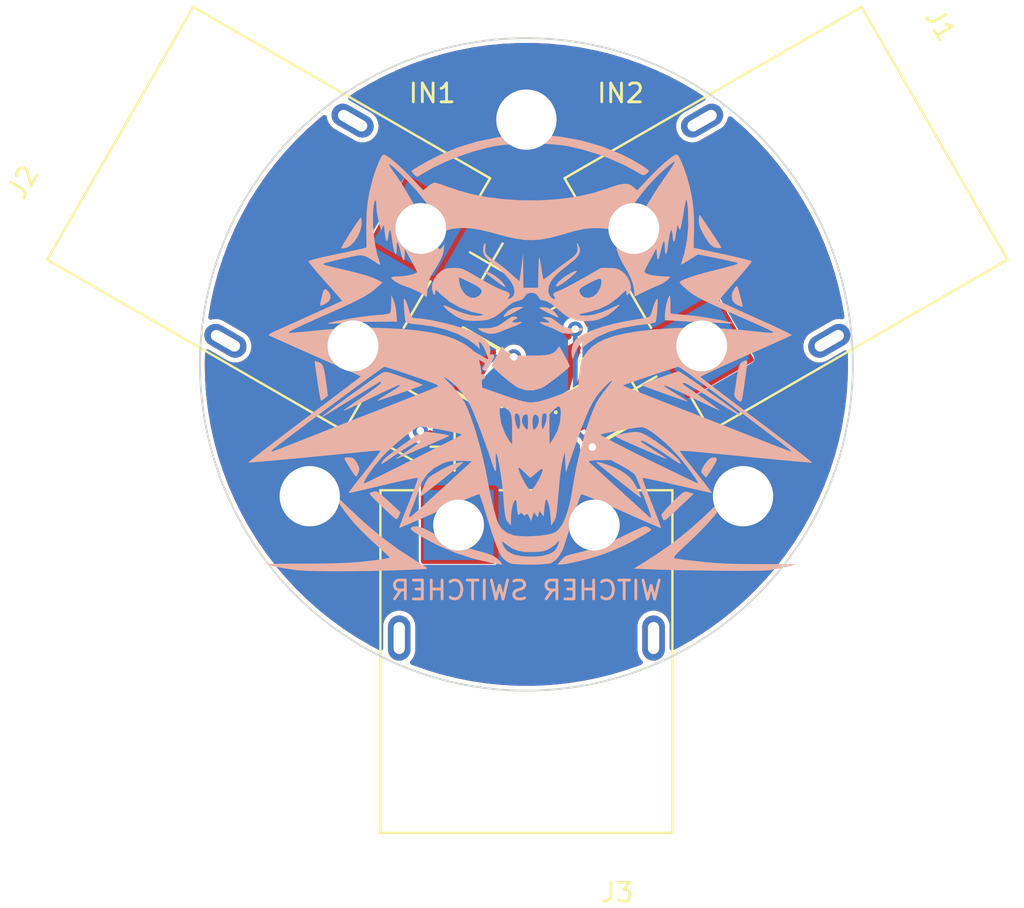
<source format=kicad_pcb>
(kicad_pcb (version 20221018) (generator pcbnew)
  (layers (0 "F.Cu" signal) (31 "B.Cu" signal) (34 "B.Paste" user) (35 "F.Paste" user) (36 "B.SilkS" user "B.Silkscreen") (37 "F.SilkS" user "F.Silkscreen") (38 "B.Mask" user) (39 "F.Mask" user) (44 "Edge.Cuts" user))
  (net 0 "")
  (net 1 "Net-(J1-+)")
  (net 2 "Net-(J2-+)")
  (net 3 "Net-(J3-+)")
  (net 4 "Net-(Q1-G)")
  (net 5 "GND")
  (net 6 "Net-(Q2-G)")
  (footprint "iclr:AMASS_XT60PW-M" (layer "F.Cu") (at 116.9 74.4 60)
    (fp_text reference "J2" (at -4.8236 -13.51498 60) (layer "F.SilkS") (effects (font (size 1.000441 1.000441))))
    (fp_text value "XT60PW-M")
    (pad "1" thru_hole rect (at 3.6 6 60) (size 3.716 3.716) (drill 2.7) (layers "*.Cu" "*.Mask") (net 2 "Net-(J2-+)"))
    (pad "2" thru_hole circle (at -3.6 6 60) (size 3.716 3.716) (drill 2.7) (layers "*.Cu" "*.Mask") (net 5 "GND"))
    (pad "S1" thru_hole oval (at 6.75 0 60) (size 1.2 2.4) (drill oval 0.6 1.7) (layers "*.Cu" "*.Mask"))
    (pad "S2" thru_hole oval (at -6.75 0 60) (size 1.2 2.4) (drill oval 0.6 1.7) (layers "*.Cu" "*.Mask"))
  )
  (footprint "MountingHole:MountingHole_3.2mm_M3_DIN965_Pad" (layer "F.Cu") (at 141 88.5)
    (fp_text reference "H1")
    (fp_text value "MountingHole_Pad")
    (pad "1" thru_hole circle (at 0 0) (size 5.6 5.6) (drill 3.2) (layers "*.Cu" "*.Mask") (net 5 "GND"))
  )
  (footprint "MountingHole:MountingHole_3.2mm_M3_DIN965_Pad" (layer "F.Cu") (at 129.5 68.5)
    (fp_text reference "H2")
    (fp_text value "MountingHole_Pad")
    (pad "1" thru_hole circle (at 0 0) (size 5.6 5.6) (drill 3.2) (layers "*.Cu" "*.Mask") (net 5 "GND"))
  )
  (footprint "iclr:AMASS_XT60PW-M" (layer "F.Cu") (at 142.2 74.4 -60)
    (fp_text reference "J1" (at -4.8236 -13.51498 120) (layer "F.SilkS") (effects (font (size 1.000441 1.000441))))
    (fp_text value "XT60PW-M")
    (pad "1" thru_hole rect (at 3.6 6 300) (size 3.716 3.716) (drill 2.7) (layers "*.Cu" "*.Mask") (net 1 "Net-(J1-+)"))
    (pad "2" thru_hole circle (at -3.6 6 300) (size 3.716 3.716) (drill 2.7) (layers "*.Cu" "*.Mask") (net 5 "GND"))
    (pad "S1" thru_hole oval (at 6.75 0 300) (size 1.2 2.4) (drill oval 0.6 1.7) (layers "*.Cu" "*.Mask"))
    (pad "S2" thru_hole oval (at -6.75 0 300) (size 1.2 2.4) (drill oval 0.6 1.7) (layers "*.Cu" "*.Mask"))
  )
  (footprint "iclr:AMASS_XT60PW-M" (layer "F.Cu") (at 129.5 96.03425 180)
    (fp_text reference "J3" (at -4.8236 -13.51498) (layer "F.SilkS") (effects (font (size 1.000441 1.000441))))
    (fp_text value "XT60PW-M")
    (pad "1" thru_hole rect (at 3.6 6 180) (size 3.716 3.716) (drill 2.7) (layers "*.Cu" "*.Mask") (net 3 "Net-(J3-+)"))
    (pad "2" thru_hole circle (at -3.6 6 180) (size 3.716 3.716) (drill 2.7) (layers "*.Cu" "*.Mask") (net 5 "GND"))
    (pad "S1" thru_hole oval (at 6.75 0 180) (size 1.2 2.4) (drill oval 0.6 1.7) (layers "*.Cu" "*.Mask"))
    (pad "S2" thru_hole oval (at -6.75 0 180) (size 1.2 2.4) (drill oval 0.6 1.7) (layers "*.Cu" "*.Mask"))
  )
  (footprint "iclr:PXP01230QLJ" (layer "F.Cu") (at 126.654791 81.688125 60)
    (fp_text reference "Q1" (at 0 0 60) (layer "B.SilkS") (effects (font (size 1.27 1.27) (thickness 0.254))))
    (fp_text value "PXP012-30QLJ" hide)
    (pad "1" smd rect (at -0.975 1.6 60) (size 0.4 0.6) (layers "F.Cu" "F.Paste" "F.Mask") (net 3 "Net-(J3-+)"))
    (pad "2" smd rect (at -0.325 1.6 60) (size 0.4 0.6) (layers "F.Cu" "F.Paste" "F.Mask") (net 3 "Net-(J3-+)"))
    (pad "3" smd rect (at 0.325 1.6 60) (size 0.4 0.6) (layers "F.Cu" "F.Paste" "F.Mask") (net 3 "Net-(J3-+)"))
    (pad "4" smd rect (at 0.975 1.6 60) (size 0.4 0.6) (layers "F.Cu" "F.Paste" "F.Mask") (net 4 "Net-(Q1-G)"))
    (pad "5" smd rect (at 0.975 -1.625 60) (size 0.4 0.55) (layers "F.Cu" "F.Paste" "F.Mask") (net 2 "Net-(J2-+)"))
    (pad "6" smd rect (at 0.325 -1.625 60) (size 0.4 0.55) (layers "F.Cu" "F.Paste" "F.Mask") (net 2 "Net-(J2-+)"))
    (pad "7" smd rect (at -0.325 -1.625 60) (size 0.4 0.55) (layers "F.Cu" "F.Paste" "F.Mask") (net 2 "Net-(J2-+)"))
    (pad "8" smd rect (at -0.975 -1.625 60) (size 0.4 0.55) (layers "F.Cu" "F.Paste" "F.Mask") (net 2 "Net-(J2-+)"))
    (pad "9" smd rect (at 0 -0.335 150) (size 2.03 2.65) (layers "F.Cu" "F.Paste" "F.Mask") (net 2 "Net-(J2-+)"))
  )
  (footprint "MountingHole:MountingHole_3.2mm_M3_DIN965_Pad" (layer "F.Cu") (at 118 88.5)
    (fp_text reference "H3")
    (fp_text value "MountingHole_Pad")
    (pad "1" thru_hole circle (at 0 0) (size 5.6 5.6) (drill 3.2) (layers "*.Cu" "*.Mask") (net 5 "GND"))
  )
  (footprint "Package_TO_SOT_SMD:TSOT-23-6" (layer "F.Cu") (at 123.76 84.96 -30)
    (fp_text reference "U2")
    (fp_text value "LTC4412xS6")
    (pad "1" smd roundrect (at -1.1375 -0.95 330) (size 1.325 0.6) (layers "F.Cu" "F.Paste" "F.Mask") (net 2 "Net-(J2-+)"))
    (pad "2" smd roundrect (at -1.1375 0 330) (size 1.325 0.6) (layers "F.Cu" "F.Paste" "F.Mask") (net 5 "GND"))
    (pad "3" smd roundrect (at -1.1375 0.95 330) (size 1.325 0.6) (layers "F.Cu" "F.Paste" "F.Mask") (net 5 "GND"))
    (pad "4" smd roundrect (at 1.1375 0.95 330) (size 1.325 0.6) (layers "F.Cu" "F.Paste" "F.Mask"))
    (pad "5" smd roundrect (at 1.1375 0 330) (size 1.325 0.6) (layers "F.Cu" "F.Paste" "F.Mask") (net 4 "Net-(Q1-G)"))
    (pad "6" smd roundrect (at 1.1375 -0.95 330) (size 1.325 0.6) (layers "F.Cu" "F.Paste" "F.Mask") (net 3 "Net-(J3-+)"))
  )
  (footprint "iclr:PXP01230QLJ" (layer "F.Cu") (at 133.589881 83.737499 -60)
    (fp_text reference "Q2")
    (fp_text value "PXP012-30QLJ" hide)
    (pad "1" smd rect (at -0.975 1.6 300) (size 0.4 0.6) (layers "F.Cu" "F.Paste" "F.Mask") (net 3 "Net-(J3-+)"))
    (pad "2" smd rect (at -0.325 1.6 300) (size 0.4 0.6) (layers "F.Cu" "F.Paste" "F.Mask") (net 3 "Net-(J3-+)"))
    (pad "3" smd rect (at 0.325 1.6 300) (size 0.4 0.6) (layers "F.Cu" "F.Paste" "F.Mask") (net 3 "Net-(J3-+)"))
    (pad "4" smd rect (at 0.975 1.6 300) (size 0.4 0.6) (layers "F.Cu" "F.Paste" "F.Mask") (net 6 "Net-(Q2-G)"))
    (pad "5" smd rect (at 0.975 -1.625 300) (size 0.4 0.55) (layers "F.Cu" "F.Paste" "F.Mask") (net 1 "Net-(J1-+)"))
    (pad "6" smd rect (at 0.325 -1.625 300) (size 0.4 0.55) (layers "F.Cu" "F.Paste" "F.Mask") (net 1 "Net-(J1-+)"))
    (pad "7" smd rect (at -0.325 -1.625 300) (size 0.4 0.55) (layers "F.Cu" "F.Paste" "F.Mask") (net 1 "Net-(J1-+)"))
    (pad "8" smd rect (at -0.975 -1.625 300) (size 0.4 0.55) (layers "F.Cu" "F.Paste" "F.Mask") (net 1 "Net-(J1-+)"))
    (pad "9" smd rect (at 0 -0.335 30) (size 2.03 2.65) (layers "F.Cu" "F.Paste" "F.Mask") (net 1 "Net-(J1-+)"))
  )
  (footprint "Package_TO_SOT_SMD:TSOT-23-6" (layer "F.Cu") (at 132.21 79.58 -150)
    (fp_text reference "U1")
    (fp_text value "LTC4412xS6")
    (pad "1" smd roundrect (at -1.1375 -0.95 210) (size 1.325 0.6) (layers "F.Cu" "F.Paste" "F.Mask") (net 1 "Net-(J1-+)"))
    (pad "2" smd roundrect (at -1.1375 0 210) (size 1.325 0.6) (layers "F.Cu" "F.Paste" "F.Mask") (net 5 "GND"))
    (pad "3" smd roundrect (at -1.1375 0.95 210) (size 1.325 0.6) (layers "F.Cu" "F.Paste" "F.Mask") (net 5 "GND"))
    (pad "4" smd roundrect (at 1.1375 0.95 210) (size 1.325 0.6) (layers "F.Cu" "F.Paste" "F.Mask"))
    (pad "5" smd roundrect (at 1.1375 0 210) (size 1.325 0.6) (layers "F.Cu" "F.Paste" "F.Mask") (net 6 "Net-(Q2-G)"))
    (pad "6" smd roundrect (at 1.1375 -0.95 210) (size 1.325 0.6) (layers "F.Cu" "F.Paste" "F.Mask") (net 3 "Net-(J3-+)"))
  )
  (footprint "iclr:witcher_switcher" (layer "B.Cu") (at 129.703 80.489729 180)
    (fp_text reference "G***")
    (fp_text value "LOGO" hide)
  )
  (gr_circle (center 129.5 81.5) (end 117 69.5) (stroke (width 0.1)) (fill none) (layer "Edge.Cuts"))
  (gr_text "WITCHER SWITCHER" (at 129.5 93.5) (layer "B.SilkS") (effects (font (size 1 1)) (justify mirror)))
  (gr_text "IN2" (at 134.5 67.1) (layer "F.SilkS") (effects (font (size 1 1))))
  (gr_text "IN1" (at 124.5 67.1) (layer "F.SilkS") (effects (font (size 1 1))))
  (gr_text "OUT" (at 129.5 86.5) (layer "F.SilkS") (effects (font (size 1 1))))
  (segment (start 123.249896 83.568526) (end 123.251474 83.568526) (width 0.25) (layer "F.Cu") (net 2))
  (segment (start 124.745104 85.52875) (end 124.369321 85.52875) (width 0.25) (layer "F.Cu") (net 4))
  (segment (start 128.83 81.1) (end 128.83 81.341682) (width 0.25) (layer "F.Cu") (net 4))
  (segment (start 128.83 81.341682) (end 128.527932 81.64375) (width 0.25) (layer "F.Cu") (net 4))
  (segment (start 124.369321 85.52875) (end 123.865991 85.02542) (width 0.25) (layer "F.Cu") (net 4))
  (via (at 123.865991 85.02542) (size 0.8) (drill 0.4) (layers "F.Cu" "B.Cu") (net 4))
  (via (at 128.83 81.1) (size 0.8) (drill 0.4) (layers "F.Cu" "B.Cu") (net 4))
  (segment (start 123.865991 85.02542) (end 127.791411 81.1) (width 0.25) (layer "B.Cu") (net 4))
  (segment (start 127.791411 81.1) (end 128.83 81.1) (width 0.25) (layer "B.Cu") (net 4))
  (segment (start 133 85.690134) (end 132.69174 85.381874) (width 0.25) (layer "F.Cu") (net 6))
  (segment (start 133 85.89) (end 133 85.690134) (width 0.25) (layer "F.Cu") (net 6))
  (segment (start 131.570189 80.14875) (end 132.092849 79.62609) (width 0.25) (layer "F.Cu") (net 6))
  (segment (start 131.224896 80.14875) (end 131.570189 80.14875) (width 0.25) (layer "F.Cu") (net 6))
  (via (at 132.092849 79.62609) (size 0.8) (drill 0.4) (layers "F.Cu" "B.Cu") (net 6))
  (via (at 133 85.89) (size 0.8) (drill 0.4) (layers "F.Cu" "B.Cu") (net 6))
  (segment (start 132.092849 79.62609) (end 132.092849 84.982849) (width 0.25) (layer "B.Cu") (net 6))
  (segment (start 132.092849 84.982849) (end 133 85.89) (width 0.25) (layer "B.Cu") (net 6))
  (zone (net 5) (net_name "GND") (layer "F.Cu") (connect_pads yes (clearance 0.254)) (min_thickness 0.254) (fill yes (thermal_gap 0.508) (thermal_bridge_width 0.508))
    (polygon (pts (xy 147 99) (xy 111.5 99) (xy 111.5 64) (xy 147 64)))
  )
  (zone (net 2) (net_name "Net-(J2-+)") (layer "F.Cu") (priority 1) (connect_pads yes (clearance 0.254)) (min_thickness 0.254) (fill yes (thermal_gap 0.508) (thermal_bridge_width 0.508))
    (polygon (pts (xy 126.7 73.5) (xy 127.9 80.9) (xy 126.6 83.2) (xy 123.6 84.2) (xy 122.3 83.4) (xy 122.9 82.3) (xy 121.1 75.1) (xy 123.138602 71.387144)))
  )
  (zone (net 1) (net_name "Net-(J1-+)") (layer "F.Cu") (priority 1) (connect_pads yes (clearance 0.254)) (min_thickness 0.254) (fill yes (thermal_gap 0.508) (thermal_bridge_width 0.508))
    (polygon (pts (xy 141.622148 81.294092) (xy 133.8 85.8) (xy 132.1 82.9) (xy 132.9 79.8) (xy 138.8 76.4)))
  )
  (zone (net 3) (net_name "Net-(J3-+)") (layer "F.Cu") (priority 1) (connect_pads yes (clearance 0.254)) (min_thickness 0.254) (fill yes (thermal_gap 0.508) (thermal_bridge_width 0.508))
    (polygon (pts (xy 127.9 81.7) (xy 128.8 82.2) (xy 132.2 80.2) (xy 132.4 80.6) (xy 131.8 82.8) (xy 133.351577 85.514326) (xy 127.8 92.1) (xy 123.9 92.1) (xy 123.9 87.9) (xy 124.5 87.9) (xy 125.9 85.5) (xy 124.4 84.6) (xy 124.8 84) (xy 126.1 84.8)))
  )
  (zone (net 5) (net_name "GND") (layer "B.Cu") (priority 1) (connect_pads yes (clearance 0.254)) (min_thickness 0.254) (fill yes (thermal_gap 0.508) (thermal_bridge_width 0.508))
    (polygon (pts (xy 147 99) (xy 111.5 99) (xy 111.5 64) (xy 147 64)))
  )
)
</source>
